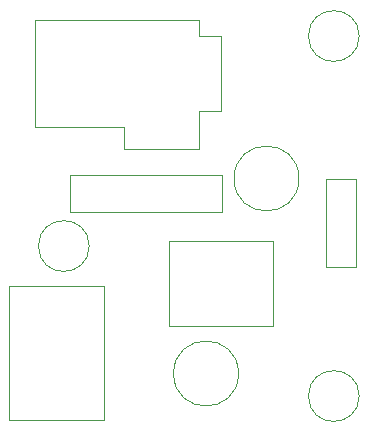
<source format=gbr>
%TF.GenerationSoftware,KiCad,Pcbnew,5.1.5+dfsg1-2build2*%
%TF.CreationDate,2020-12-20T05:39:22+01:00*%
%TF.ProjectId,PSmod1105-v2,50536d6f-6431-4313-9035-2d76322e6b69,rev?*%
%TF.SameCoordinates,PX48ab840PY77e7cd0*%
%TF.FileFunction,Other,User*%
%FSLAX46Y46*%
G04 Gerber Fmt 4.6, Leading zero omitted, Abs format (unit mm)*
G04 Created by KiCad (PCBNEW 5.1.5+dfsg1-2build2) date 2020-12-20 05:39:22*
%MOMM*%
%LPD*%
G04 APERTURE LIST*
%ADD10C,0.050000*%
%ADD11C,0.120000*%
G04 APERTURE END LIST*
D10*
%TO.C,C1*%
X17970000Y5080000D02*
G75*
G03X17970000Y5080000I-2750000J0D01*
G01*
%TO.C,C2*%
X23090000Y21590000D02*
G75*
G03X23090000Y21590000I-2750000J0D01*
G01*
%TO.C,C3*%
X25420000Y14070000D02*
X27920000Y14070000D01*
X27920000Y14070000D02*
X27920000Y21570000D01*
X27920000Y21570000D02*
X25420000Y21570000D01*
X25420000Y21570000D02*
X25420000Y14070000D01*
%TO.C,D1*%
X3730000Y21920000D02*
X3730000Y18720000D01*
X3730000Y18720000D02*
X16590000Y18720000D01*
X16590000Y18720000D02*
X16590000Y21920000D01*
X16590000Y21920000D02*
X3730000Y21920000D01*
%TO.C,H1*%
X5325000Y15875000D02*
G75*
G03X5325000Y15875000I-2150000J0D01*
G01*
%TO.C,H3*%
X28185000Y33655000D02*
G75*
G03X28185000Y33655000I-2150000J0D01*
G01*
%TO.C,H4*%
X28185000Y3175000D02*
G75*
G03X28185000Y3175000I-2150000J0D01*
G01*
D11*
%TO.C,J1*%
X14605000Y34980000D02*
X740000Y34980000D01*
X740000Y34980000D02*
X740000Y25980000D01*
X14605000Y34980000D02*
X14605000Y33655000D01*
X14605000Y33655000D02*
X16510000Y33655000D01*
X16510000Y33655000D02*
X16510000Y27305000D01*
X16510000Y27305000D02*
X14605000Y27305000D01*
X14605000Y27305000D02*
X14605000Y24130000D01*
X14605000Y24130000D02*
X8255000Y24130000D01*
X8255000Y24130000D02*
X8255000Y25980000D01*
X8255000Y25980000D02*
X740000Y25980000D01*
%TO.C,SW1*%
X5080000Y1110000D02*
X-1420000Y1110000D01*
X-1420000Y1110000D02*
X-1420000Y12510000D01*
X-1420000Y12510000D02*
X5080000Y12510000D01*
X5080000Y1110000D02*
X6580000Y1110000D01*
X6580000Y1110000D02*
X6580000Y12510000D01*
X6580000Y12510000D02*
X5080000Y12510000D01*
D10*
%TO.C,U1*%
X20910000Y16300000D02*
X12110000Y16300000D01*
X20910000Y9100000D02*
X20910000Y16300000D01*
X12110000Y9100000D02*
X20910000Y9100000D01*
X12110000Y16300000D02*
X12110000Y9100000D01*
%TD*%
M02*

</source>
